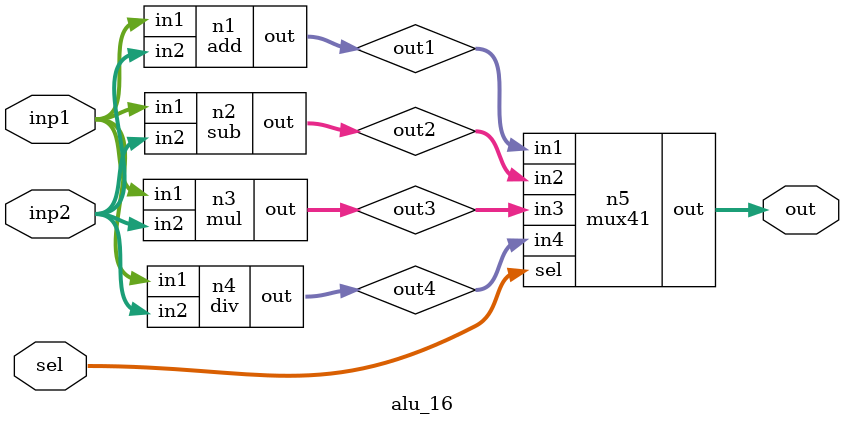
<source format=v>

module add(in1,in2,out);
    input [15:0]in1,in2;
    output [15:0]out;

    assign out=in1+in2;
endmodule

module sub(in1,in2,out);
    input [15:0]in1,in2;
    output [15:0]out;

    assign out=in1-in2;
endmodule

module mul(in1,in2,out);
    input [15:0]in1,in2;
    output [15:0]out;

    assign out=in1*in2;
endmodule

module div(in1,in2,out);
    input [15:0]in1,in2;
    output [15:0]out;

    assign out=in1/in2;
endmodule

module mux41(in1,in2,in3,in4,sel,out);
    input [15:0]in1,in2,in3,in4;
    input [1:0]sel;
    output [15:0]out;

    assign out= sel[1]? (sel[0] ? in4:in3) : (sel[0]? in2:in1);
endmodule

module alu_16 (
    inp1,inp2,sel,out
);
    input [15:0]inp1,inp2;
    input [1:0]sel;
    output [15:0]out;

    wire [15:0]out1,out2,out3,out4;

    add n1(inp1,inp2,out1);
    sub n2(inp1,inp2,out2);
    mul n3(inp1,inp2,out3);
    div n4(inp1,inp2,out4);

    mux41 n5(out1,out2,out3,out4,sel,out);

endmodule
</source>
